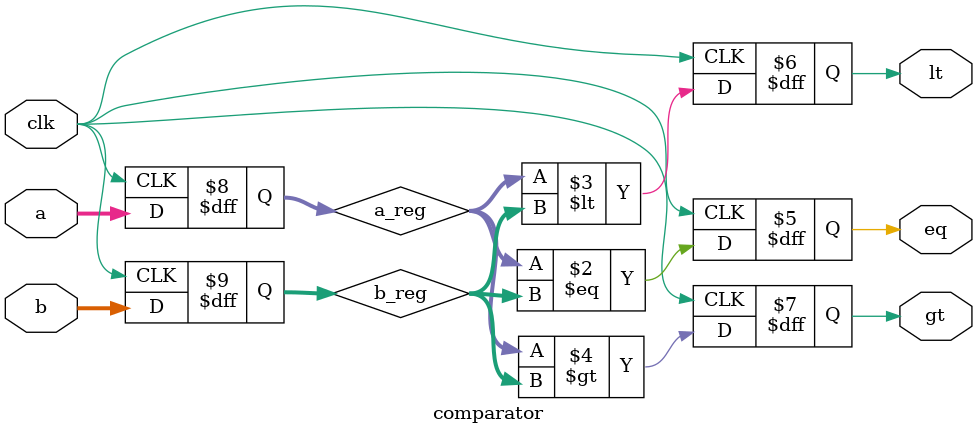
<source format=v>
module comparator(
    input clk,        // Clock input
    input [7:0] a,    // Input operand A
    input [7:0] b,    // Input operand B
    output reg eq,    // Output equal
    output reg lt,    // Output less than
    output reg gt     // Output greater than
);

reg [7:0] a_reg, b_reg; // Registers to store operands

always @(posedge clk) begin
    a_reg <= a;
    b_reg <= b;
    eq <= (a_reg == b_reg);
    lt <= (a_reg < b_reg);
    gt <= (a_reg > b_reg);
end

endmodule
</source>
